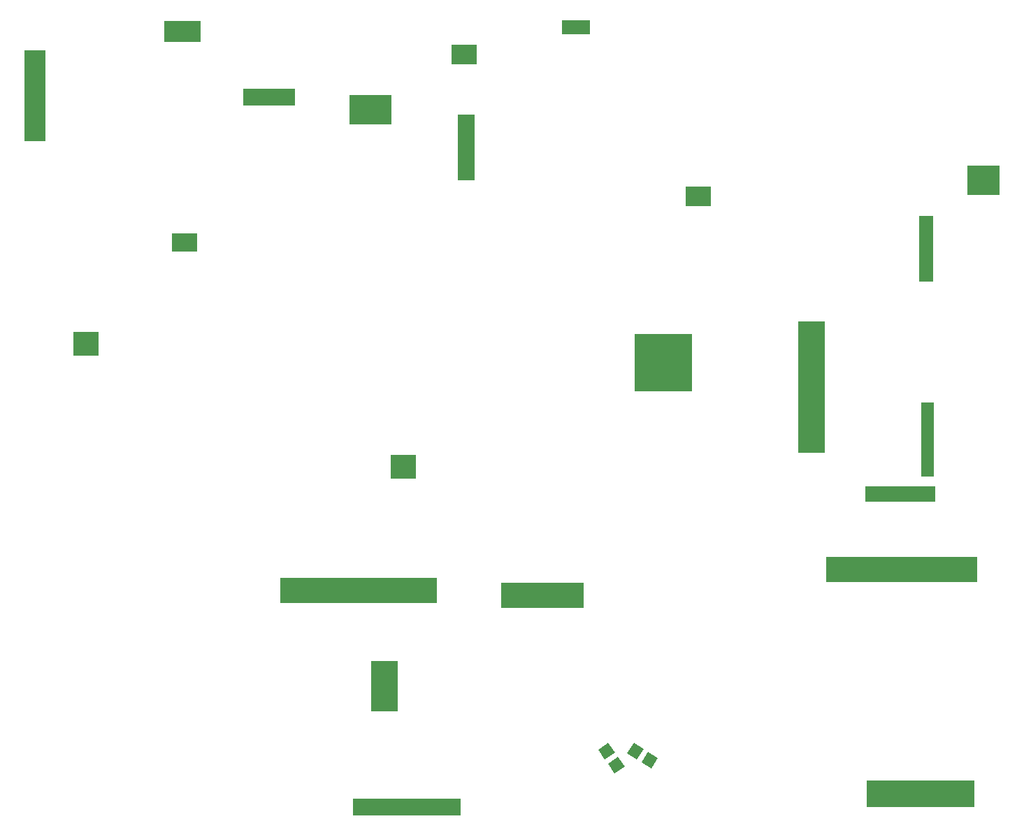
<source format=gbp>
G04 MADE WITH FRITZING*
G04 WWW.FRITZING.ORG*
G04 DOUBLE SIDED*
G04 HOLES PLATED*
G04 CONTOUR ON CENTER OF CONTOUR VECTOR*
%ASAXBY*%
%FSLAX23Y23*%
%MOIN*%
%OFA0B0*%
%SFA1.0B1.0*%
%ADD10R,0.748031X0.122048*%
%ADD11R,0.129257X0.239826*%
%ADD12R,0.393701X0.122048*%
%ADD13R,0.722221X0.122048*%
%ADD14R,0.157480X0.144443*%
%ADD15R,0.062992X0.354331*%
%ADD16R,0.337183X0.075036*%
%ADD17R,0.070866X0.314961*%
%ADD18R,0.078740X0.314961*%
%ADD19R,0.102362X0.433071*%
%ADD20R,0.171887X0.098425*%
%ADD21R,0.273998X0.275590*%
%ADD22R,0.118517X0.118110*%
%ADD23R,0.137796X0.070866*%
%ADD24R,0.247406X0.081480*%
%ADD25R,0.118517X0.092591*%
%ADD26R,0.118517X0.086614*%
%ADD27R,0.203702X0.144443*%
%ADD28R,0.125984X0.629921*%
%ADD29R,0.511811X0.078740*%
%ADD30R,0.511811X0.125984*%
%ADD31R,0.001000X0.001000*%
%LNPASTEMASK0*%
G90*
G70*
G54D10*
X1627Y1196D03*
G54D11*
X1749Y737D03*
G54D12*
X2501Y1170D03*
G54D13*
X4217Y1296D03*
G54D14*
X4605Y3150D03*
G54D15*
X4338Y1915D03*
G54D16*
X4209Y1654D03*
G54D17*
X4331Y2826D03*
G54D18*
X2138Y3309D03*
G54D19*
X83Y3554D03*
G54D20*
X786Y3862D03*
G54D21*
X3078Y2280D03*
G54D22*
X1840Y1783D03*
X324Y2371D03*
G54D23*
X2662Y3880D03*
G54D24*
X1198Y3548D03*
G54D25*
X3245Y3076D03*
G54D26*
X794Y2853D03*
G54D25*
X2130Y3750D03*
G54D27*
X1683Y3487D03*
G54D28*
X3785Y2166D03*
G54D29*
X1854Y162D03*
G54D30*
X4304Y225D03*
G36*
X2907Y418D02*
X2939Y467D01*
X2985Y437D01*
X2953Y388D01*
X2907Y418D01*
G37*
D02*
G36*
X2974Y374D02*
X3007Y423D01*
X3053Y393D01*
X3021Y344D01*
X2974Y374D01*
G37*
D02*
G36*
X2768Y433D02*
X2817Y467D01*
X2848Y422D01*
X2800Y388D01*
X2768Y433D01*
G37*
D02*
G36*
X2815Y367D02*
X2863Y401D01*
X2895Y356D01*
X2846Y322D01*
X2815Y367D01*
G37*
D02*
G54D31*
D02*
G04 End of PasteMask0*
M02*
</source>
